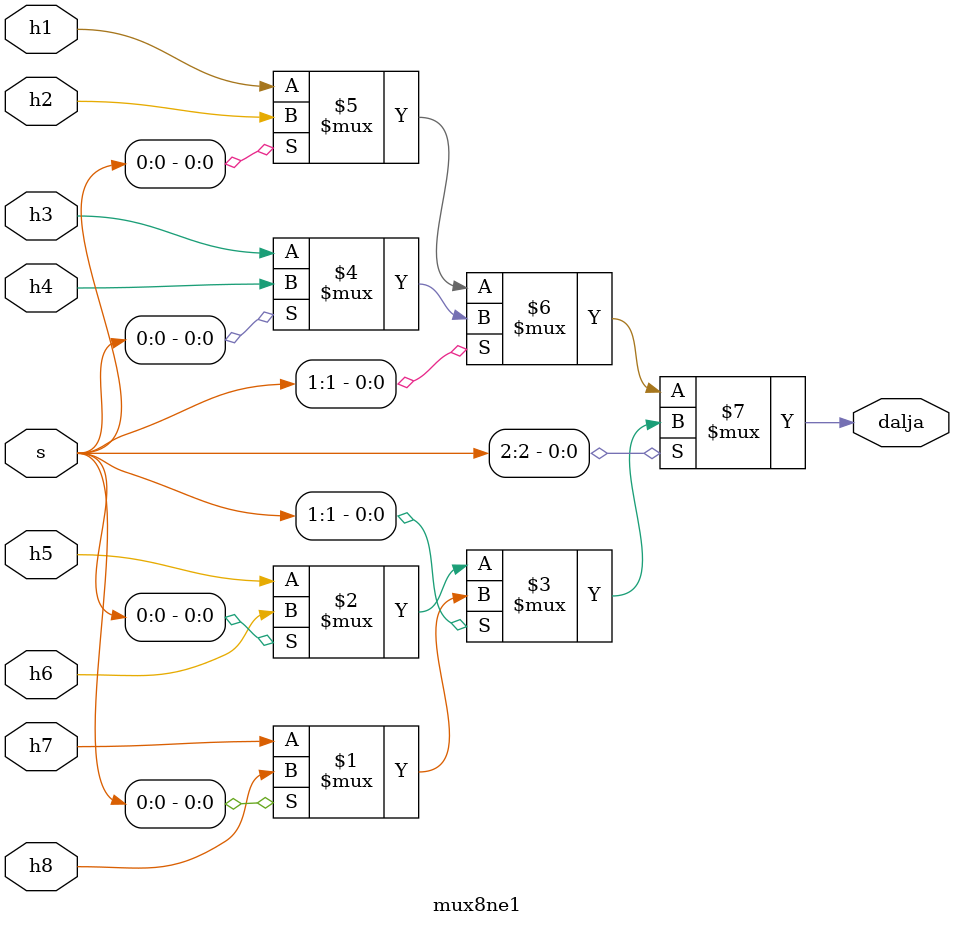
<source format=v>
`timescale 1ns / 1ps


module mux8ne1(
    input wire h1 , //and  000
    input wire h2, //or  001
    input wire h3, //add- sub 010
    input wire h4, //slt 011
    input wire h5, //mul 100
    input wire h6, //xor 101
    input wire h7, //sll 110
    input wire h8, //111
    input wire [2:0] s,
    output wire dalja
    );

assign dalja = s[2]? (s[1]?(s[0]?h8:h7):(s[0]?h6:h5)):(s[1]?(s[0]?h4:h3):(s[0]?h2:h1));  
endmodule

</source>
